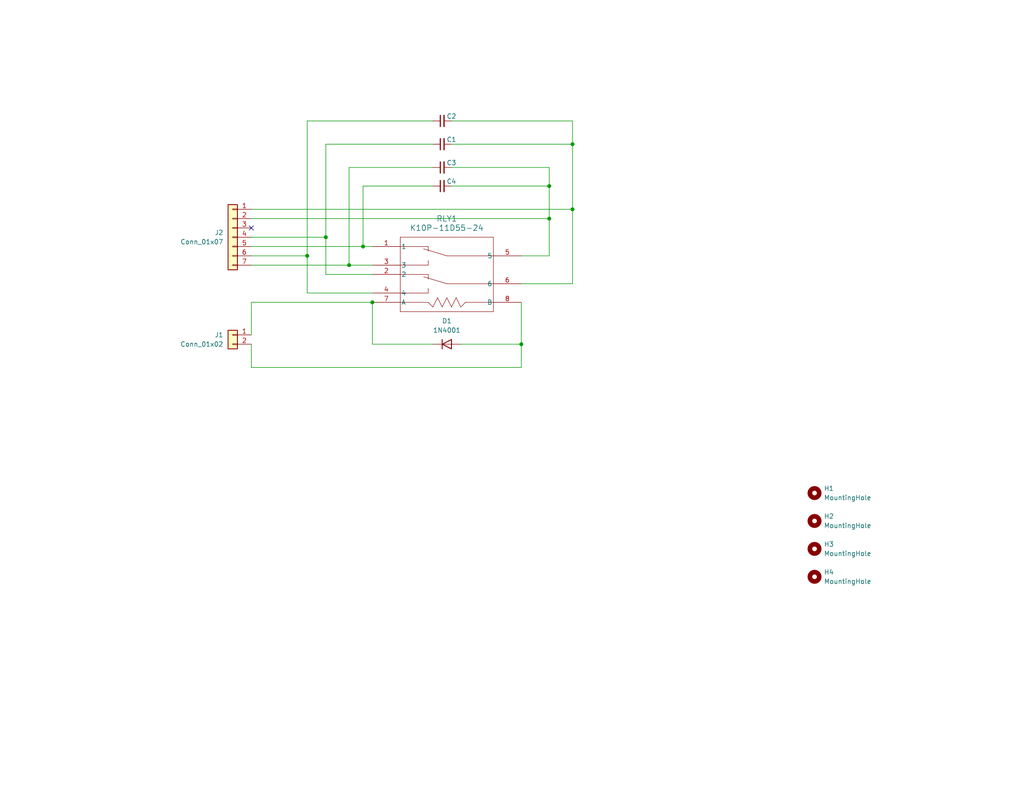
<source format=kicad_sch>
(kicad_sch (version 20230121) (generator eeschema)
  (paper "USLetter")
  (title_block (title "System 11 C-11998-1 relay") (date "2024-01-15") (rev "1.0") (company "Marc Deslauriers"))
  (lib_symbols
    (symbol "Connector_Generic:Conn_01x02" (pin_names (offset 1.016) hide)
      (property "Reference" "J" (at 0 2.54 0))
      (property "Value" "Conn_01x02" (at 0 -5.08 0))
      (symbol "Conn_01x02_1_1"
        (rectangle (start -1.27 -2.413) (end 0 -2.667) (stroke (width 0.1524)))
        (rectangle (start -1.27 0.127) (end 0 -0.127) (stroke (width 0.1524)))
        (rectangle (start -1.27 1.27) (end 1.27 -3.81) (stroke (width 0.254)) (fill (type background)))
        (pin passive line (at -5.08 0 0) (length 3.81) (name "Pin_1") (number "1"))
        (pin passive line (at -5.08 -2.54 0) (length 3.81) (name "Pin_2") (number "2"))
      )
    )
    (symbol "Connector_Generic:Conn_01x07" (pin_names (offset 1.016) hide)
      (property "Reference" "J" (at 0 10.16 0))
      (property "Value" "Conn_01x07" (at 0 -10.16 0))
      (symbol "Conn_01x07_1_1"
        (rectangle (start -1.27 -7.493) (end 0 -7.747) (stroke (width 0.1524)))
        (rectangle (start -1.27 -4.953) (end 0 -5.207) (stroke (width 0.1524)))
        (rectangle (start -1.27 -2.413) (end 0 -2.667) (stroke (width 0.1524)))
        (rectangle (start -1.27 0.127) (end 0 -0.127) (stroke (width 0.1524)))
        (rectangle (start -1.27 2.667) (end 0 2.413) (stroke (width 0.1524)))
        (rectangle (start -1.27 5.207) (end 0 4.953) (stroke (width 0.1524)))
        (rectangle (start -1.27 7.747) (end 0 7.493) (stroke (width 0.1524)))
        (rectangle (start -1.27 8.89) (end 1.27 -8.89) (stroke (width 0.254)) (fill (type background)))
        (pin passive line (at -5.08 7.62 0) (length 3.81) (name "Pin_1") (number "1"))
        (pin passive line (at -5.08 5.08 0) (length 3.81) (name "Pin_2") (number "2"))
        (pin passive line (at -5.08 2.54 0) (length 3.81) (name "Pin_3") (number "3"))
        (pin passive line (at -5.08 0 0) (length 3.81) (name "Pin_4") (number "4"))
        (pin passive line (at -5.08 -2.54 0) (length 3.81) (name "Pin_5") (number "5"))
        (pin passive line (at -5.08 -5.08 0) (length 3.81) (name "Pin_6") (number "6"))
        (pin passive line (at -5.08 -7.62 0) (length 3.81) (name "Pin_7") (number "7"))
      )
    )
    (symbol "Device:C_Small" (pin_numbers hide) (pin_names (offset 0.254) hide)
      (property "Reference" "C" (at 0.254 1.778 0))
      (property "Value" "C_Small" (at 0.254 -2.032 0))
      (symbol "C_Small_0_1"
        (polyline (pts (xy -1.524 -0.508) (xy 1.524 -0.508)) (stroke (width 0.3302)))
        (polyline (pts (xy -1.524 0.508) (xy 1.524 0.508)) (stroke (width 0.3048)))
      )
      (symbol "C_Small_1_1"
        (pin passive line (at 0 2.54 270) (length 2.032) (name "~") (number "1"))
        (pin passive line (at 0 -2.54 90) (length 2.032) (name "~") (number "2"))
      )
    )
    (symbol "Diode:1N4001" (pin_numbers hide) (pin_names hide)
      (property "Reference" "D" (at 0 2.54 0))
      (property "Value" "1N4001" (at 0 -2.54 0))
      (symbol "1N4001_0_1"
        (polyline (pts (xy -1.27 1.27) (xy -1.27 -1.27)) (stroke (width 0.254)))
        (polyline (pts (xy 1.27 0) (xy -1.27 0)))
        (polyline (pts (xy 1.27 1.27) (xy 1.27 -1.27) (xy -1.27 0) (xy 1.27 1.27)) (stroke (width 0.254)))
      )
      (symbol "1N4001_1_1"
        (pin passive line (at -3.81 0 0) (length 2.54) (name "K") (number "1"))
        (pin passive line (at 3.81 0 180) (length 2.54) (name "A") (number "2"))
      )
    )
    (symbol "Library:K10P-11D55-24" (pin_names (offset 0.254))
      (property "Reference" "RLY" (at 20.32 7.62 0))
      (property "Value" "K10P-11D55-24" (at 20.32 5.08 0))
      (symbol "K10P-11D55-24_0_1"
        (polyline (pts (xy 7.62 -17.78) (xy 33.02 -17.78)) (stroke (width 0.127)))
        (polyline (pts (xy 7.62 -15.24) (xy 15.24 -15.24)) (stroke (width 0.127)))
        (polyline (pts (xy 7.62 -12.7) (xy 15.24 -12.7)) (stroke (width 0.127)))
        (polyline (pts (xy 7.62 -7.62) (xy 15.24 -7.62)) (stroke (width 0.127)))
        (polyline (pts (xy 7.62 -5.08) (xy 15.24 -5.08)) (stroke (width 0.127)))
        (polyline (pts (xy 7.62 0) (xy 15.24 0)) (stroke (width 0.127)))
        (polyline (pts (xy 7.62 2.54) (xy 7.62 -17.78)) (stroke (width 0.127)))
        (polyline (pts (xy 15.24 -15.24) (xy 16.51 -16.51)) (stroke (width 0.127)))
        (polyline (pts (xy 15.24 -11.43) (xy 15.24 -12.7)) (stroke (width 0.127)))
        (polyline (pts (xy 15.24 -8.89) (xy 15.24 -7.62)) (stroke (width 0.127)))
        (polyline (pts (xy 15.24 -5.08) (xy 15.24 -3.81)) (stroke (width 0.127)))
        (polyline (pts (xy 15.24 -1.27) (xy 15.24 0)) (stroke (width 0.127)))
        (polyline (pts (xy 16.51 -16.51) (xy 17.78 -13.97)) (stroke (width 0.127)))
        (polyline (pts (xy 17.78 -13.97) (xy 19.05 -16.51)) (stroke (width 0.127)))
        (polyline (pts (xy 19.05 -16.51) (xy 20.32 -13.97)) (stroke (width 0.127)))
        (polyline (pts (xy 20.32 -13.97) (xy 21.59 -16.51)) (stroke (width 0.127)))
        (polyline (pts (xy 20.32 -10.16) (xy 13.97 -8.255)) (stroke (width 0.127)))
        (polyline (pts (xy 20.32 -2.54) (xy 13.97 -0.635)) (stroke (width 0.127)))
        (polyline (pts (xy 21.59 -16.51) (xy 22.86 -13.97)) (stroke (width 0.127)))
        (polyline (pts (xy 22.86 -13.97) (xy 24.13 -16.51)) (stroke (width 0.127)))
        (polyline (pts (xy 24.13 -16.51) (xy 25.4 -15.24)) (stroke (width 0.127)))
        (polyline (pts (xy 33.02 -17.78) (xy 33.02 2.54)) (stroke (width 0.127)))
        (polyline (pts (xy 33.02 -15.24) (xy 25.4 -15.24)) (stroke (width 0.127)))
        (polyline (pts (xy 33.02 -10.16) (xy 20.32 -10.16)) (stroke (width 0.127)))
        (polyline (pts (xy 33.02 -2.54) (xy 20.32 -2.54)) (stroke (width 0.127)))
        (polyline (pts (xy 33.02 2.54) (xy 7.62 2.54)) (stroke (width 0.127)))
        (pin unspecified line (at 0 0 0) (length 7.62) (name "1") (number "1"))
        (pin unspecified line (at 0 -7.62 0) (length 7.62) (name "2") (number "2"))
        (pin unspecified line (at 0 -5.08 0) (length 7.62) (name "3") (number "3"))
        (pin unspecified line (at 0 -12.7 0) (length 7.62) (name "4") (number "4"))
        (pin unspecified line (at 40.64 -2.54 180) (length 7.62) (name "5") (number "5"))
        (pin unspecified line (at 40.64 -10.16 180) (length 7.62) (name "6") (number "6"))
        (pin unspecified line (at 0 -15.24 0) (length 7.62) (name "A") (number "7"))
        (pin unspecified line (at 40.64 -15.24 180) (length 7.62) (name "B") (number "8"))
      )
    )
    (symbol "Mechanical:MountingHole" (pin_names (offset 1.016))
      (property "Reference" "H" (at 0 5.08 0))
      (property "Value" "MountingHole" (at 0 3.175 0))
      (symbol "MountingHole_0_1"
        (circle (center 0 0) (radius 1.27) (stroke (width 1.27)))
      )
    )
  )
  (junction (at 149.86 59.69))
  (junction (at 156.21 57.15))
  (junction (at 149.86 50.8))
  (junction (at 101.6 82.55))
  (junction (at 95.25 72.39))
  (junction (at 99.06 67.31))
  (junction (at 83.82 69.85))
  (junction (at 156.21 39.37))
  (junction (at 142.24 93.98))
  (junction (at 88.9 64.77))
  (no_connect (at 68.58 62.23))
  (wire (pts (xy 123.19 39.37) (xy 156.21 39.37)))
  (wire (pts (xy 99.06 67.31) (xy 101.6 67.31)))
  (wire (pts (xy 123.19 33.02) (xy 156.21 33.02)))
  (wire (pts (xy 101.6 74.93) (xy 88.9 74.93)))
  (wire (pts (xy 149.86 50.8) (xy 149.86 59.69)))
  (wire (pts (xy 142.24 77.47) (xy 156.21 77.47)))
  (wire (pts (xy 83.82 80.01) (xy 83.82 69.85)))
  (wire (pts (xy 95.25 72.39) (xy 101.6 72.39)))
  (wire (pts (xy 123.19 45.72) (xy 149.86 45.72)))
  (wire (pts (xy 95.25 45.72) (xy 95.25 72.39)))
  (wire (pts (xy 118.11 45.72) (xy 95.25 45.72)))
  (wire (pts (xy 68.58 59.69) (xy 149.86 59.69)))
  (wire (pts (xy 101.6 93.98) (xy 118.11 93.98)))
  (wire (pts (xy 156.21 33.02) (xy 156.21 39.37)))
  (wire (pts (xy 68.58 57.15) (xy 156.21 57.15)))
  (wire (pts (xy 123.19 50.8) (xy 149.86 50.8)))
  (wire (pts (xy 142.24 82.55) (xy 142.24 93.98)))
  (wire (pts (xy 149.86 69.85) (xy 142.24 69.85)))
  (wire (pts (xy 68.58 72.39) (xy 95.25 72.39)))
  (wire (pts (xy 156.21 39.37) (xy 156.21 57.15)))
  (wire (pts (xy 88.9 39.37) (xy 118.11 39.37)))
  (wire (pts (xy 68.58 82.55) (xy 101.6 82.55)))
  (wire (pts (xy 149.86 59.69) (xy 149.86 69.85)))
  (wire (pts (xy 149.86 45.72) (xy 149.86 50.8)))
  (wire (pts (xy 142.24 93.98) (xy 125.73 93.98)))
  (wire (pts (xy 118.11 50.8) (xy 99.06 50.8)))
  (wire (pts (xy 88.9 64.77) (xy 88.9 39.37)))
  (wire (pts (xy 156.21 77.47) (xy 156.21 57.15)))
  (wire (pts (xy 99.06 50.8) (xy 99.06 67.31)))
  (wire (pts (xy 101.6 82.55) (xy 101.6 93.98)))
  (wire (pts (xy 88.9 64.77) (xy 68.58 64.77)))
  (wire (pts (xy 83.82 69.85) (xy 83.82 33.02)))
  (wire (pts (xy 101.6 80.01) (xy 83.82 80.01)))
  (wire (pts (xy 83.82 69.85) (xy 68.58 69.85)))
  (wire (pts (xy 88.9 74.93) (xy 88.9 64.77)))
  (wire (pts (xy 68.58 91.44) (xy 68.58 82.55)))
  (wire (pts (xy 142.24 93.98) (xy 142.24 100.33)))
  (wire (pts (xy 68.58 93.98) (xy 68.58 100.33)))
  (wire (pts (xy 68.58 100.33) (xy 142.24 100.33)))
  (wire (pts (xy 83.82 33.02) (xy 118.11 33.02)))
  (wire (pts (xy 68.58 67.31) (xy 99.06 67.31)))
  (symbol (lib_id "Mechanical:MountingHole") (at 222.25 134.62 0) (unit 1)
    (property "Reference" "H1" (at 224.79 133.35 0) (effects (justify left)))
    (property "Value" "MountingHole" (at 224.79 135.89 0) (effects (justify left)))
    (property "Footprint" "MountingHole:MountingHole_3.2mm_M3" (effects hide))
  )
  (symbol (lib_id "Diode:1N4001") (at 121.92 93.98 0) (unit 1)
    (property "Reference" "D1" (at 121.92 87.63 0))
    (property "Value" "1N4001" (at 121.92 90.17 0))
    (property "Footprint" "Diode_THT:D_DO-41_SOD81_P12.70mm_Horizontal" (effects hide))
    (property "Datasheet" "http://www.vishay.com/docs/88503/1n4001.pdf" (effects hide))
    (property "Sim.Device" "D" (effects hide))
    (property "Sim.Pins" "1=K 2=A" (effects hide))
  )
  (symbol (lib_id "Mechanical:MountingHole") (at 222.25 142.24 0) (unit 1)
    (property "Reference" "H2" (at 224.79 140.97 0) (effects (justify left)))
    (property "Value" "MountingHole" (at 224.79 143.51 0) (effects (justify left)))
    (property "Footprint" "MountingHole:MountingHole_3.2mm_M3" (effects hide))
  )
  (symbol (lib_id "Device:C_Small") (at 120.65 33.02 90) (unit 1)
    (property "Reference" "C2" (at 123.19 31.75 90))
    (property "Value" "Unpopulated" (effects hide))
    (property "Footprint" "Capacitor_THT:C_Axial_L3.8mm_D2.6mm_P10.00mm_Horizontal" (effects hide))
  )
  (symbol (lib_id "Connector_Generic:Conn_01x07") (at 63.5 64.77 0) (mirror y) (unit 1)
    (property "Reference" "J2" (at 60.96 63.5 0) (effects (justify left)))
    (property "Value" "Conn_01x07" (at 60.96 66.04 0) (effects (justify left)))
    (property "Footprint" "Library:Molex_KK-396_5273-07A_1x07_P3.96mm_Vertical_mod" (effects hide))
  )
  (symbol (lib_id "Mechanical:MountingHole") (at 222.25 157.48 0) (unit 1)
    (property "Reference" "H4" (at 224.79 156.21 0) (effects (justify left)))
    (property "Value" "MountingHole" (at 224.79 158.75 0) (effects (justify left)))
    (property "Footprint" "MountingHole:MountingHole_3.2mm_M3" (effects hide))
  )
  (symbol (lib_id "Mechanical:MountingHole") (at 222.25 149.86 0) (unit 1)
    (property "Reference" "H3" (at 224.79 148.59 0) (effects (justify left)))
    (property "Value" "MountingHole" (at 224.79 151.13 0) (effects (justify left)))
    (property "Footprint" "MountingHole:MountingHole_3.2mm_M3" (effects hide))
  )
  (symbol (lib_id "Device:C_Small") (at 120.65 50.8 90) (unit 1)
    (property "Reference" "C4" (at 123.19 49.53 90))
    (property "Value" "Unpopulated" (effects hide))
    (property "Footprint" "Capacitor_THT:C_Axial_L3.8mm_D2.6mm_P10.00mm_Horizontal" (effects hide))
  )
  (symbol (lib_id "Connector_Generic:Conn_01x02") (at 63.5 91.44 0) (mirror y) (unit 1)
    (property "Reference" "J1" (at 60.96 91.44 0) (effects (justify left)))
    (property "Value" "Conn_01x02" (at 60.96 93.98 0) (effects (justify left)))
    (property "Footprint" "Library:Molex_KK-396_5273-02A_1x02_P3.96mm_Vertical_mod" (effects hide))
  )
  (symbol (lib_id "Library:K10P-11D55-24") (at 101.6 67.31 0) (unit 1)
    (property "Reference" "RLY1" (at 121.92 59.69 0) (effects (font (size 1.524 1.524))))
    (property "Value" "K10P-11D55-24" (at 121.92 62.23 0) (effects (font (size 1.524 1.524))))
    (property "Footprint" "Library:K10P-11D55-24" (effects hide))
    (property "Datasheet" "K10P-11D55-24" (effects hide))
  )
  (symbol (lib_id "Device:C_Small") (at 120.65 39.37 90) (unit 1)
    (property "Reference" "C1" (at 123.19 38.1 90))
    (property "Value" "Unpopulated" (effects hide))
    (property "Footprint" "Capacitor_THT:C_Axial_L3.8mm_D2.6mm_P10.00mm_Horizontal" (effects hide))
  )
  (symbol (lib_id "Device:C_Small") (at 120.65 45.72 90) (unit 1)
    (property "Reference" "C3" (at 123.19 44.45 90))
    (property "Value" "Unpopulated" (effects hide))
    (property "Footprint" "Capacitor_THT:C_Axial_L3.8mm_D2.6mm_P10.00mm_Horizontal" (effects hide))
  )
)
</source>
